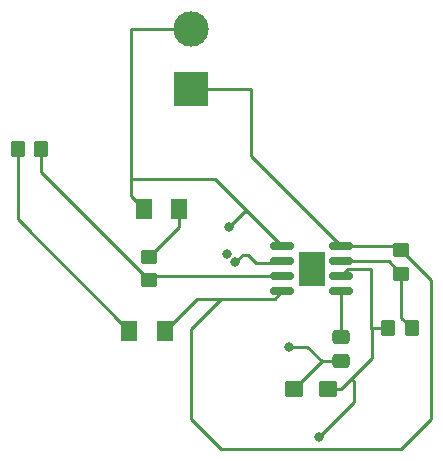
<source format=gbr>
%TF.GenerationSoftware,KiCad,Pcbnew,(6.0.10-0)*%
%TF.CreationDate,2023-02-17T12:31:34-08:00*%
%TF.ProjectId,Lab4exercise2,4c616234-6578-4657-9263-697365322e6b,rev?*%
%TF.SameCoordinates,Original*%
%TF.FileFunction,Copper,L1,Top*%
%TF.FilePolarity,Positive*%
%FSLAX46Y46*%
G04 Gerber Fmt 4.6, Leading zero omitted, Abs format (unit mm)*
G04 Created by KiCad (PCBNEW (6.0.10-0)) date 2023-02-17 12:31:34*
%MOMM*%
%LPD*%
G01*
G04 APERTURE LIST*
G04 Aperture macros list*
%AMRoundRect*
0 Rectangle with rounded corners*
0 $1 Rounding radius*
0 $2 $3 $4 $5 $6 $7 $8 $9 X,Y pos of 4 corners*
0 Add a 4 corners polygon primitive as box body*
4,1,4,$2,$3,$4,$5,$6,$7,$8,$9,$2,$3,0*
0 Add four circle primitives for the rounded corners*
1,1,$1+$1,$2,$3*
1,1,$1+$1,$4,$5*
1,1,$1+$1,$6,$7*
1,1,$1+$1,$8,$9*
0 Add four rect primitives between the rounded corners*
20,1,$1+$1,$2,$3,$4,$5,0*
20,1,$1+$1,$4,$5,$6,$7,0*
20,1,$1+$1,$6,$7,$8,$9,0*
20,1,$1+$1,$8,$9,$2,$3,0*%
G04 Aperture macros list end*
%TA.AperFunction,SMDPad,CuDef*%
%ADD10RoundRect,0.250000X-0.350000X-0.450000X0.350000X-0.450000X0.350000X0.450000X-0.350000X0.450000X0*%
%TD*%
%TA.AperFunction,ComponentPad*%
%ADD11R,3.000000X3.000000*%
%TD*%
%TA.AperFunction,ComponentPad*%
%ADD12C,3.000000*%
%TD*%
%TA.AperFunction,SMDPad,CuDef*%
%ADD13RoundRect,0.150000X-0.825000X-0.150000X0.825000X-0.150000X0.825000X0.150000X-0.825000X0.150000X0*%
%TD*%
%TA.AperFunction,SMDPad,CuDef*%
%ADD14R,2.290000X3.000000*%
%TD*%
%TA.AperFunction,SMDPad,CuDef*%
%ADD15RoundRect,0.250000X0.450000X-0.350000X0.450000X0.350000X-0.450000X0.350000X-0.450000X-0.350000X0*%
%TD*%
%TA.AperFunction,SMDPad,CuDef*%
%ADD16RoundRect,0.250000X0.350000X0.450000X-0.350000X0.450000X-0.350000X-0.450000X0.350000X-0.450000X0*%
%TD*%
%TA.AperFunction,SMDPad,CuDef*%
%ADD17RoundRect,0.250000X-0.475000X0.337500X-0.475000X-0.337500X0.475000X-0.337500X0.475000X0.337500X0*%
%TD*%
%TA.AperFunction,SMDPad,CuDef*%
%ADD18RoundRect,0.250000X0.537500X0.425000X-0.537500X0.425000X-0.537500X-0.425000X0.537500X-0.425000X0*%
%TD*%
%TA.AperFunction,SMDPad,CuDef*%
%ADD19RoundRect,0.250001X-0.462499X-0.624999X0.462499X-0.624999X0.462499X0.624999X-0.462499X0.624999X0*%
%TD*%
%TA.AperFunction,SMDPad,CuDef*%
%ADD20RoundRect,0.250000X-0.450000X0.350000X-0.450000X-0.350000X0.450000X-0.350000X0.450000X0.350000X0*%
%TD*%
%TA.AperFunction,ViaPad*%
%ADD21C,0.800000*%
%TD*%
%TA.AperFunction,Conductor*%
%ADD22C,0.254000*%
%TD*%
G04 APERTURE END LIST*
D10*
%TO.P,R3,1*%
%TO.N,Net-(D1-Pad1)*%
X126860000Y-97510000D03*
%TO.P,R3,2*%
%TO.N,/pin_3*%
X128860000Y-97510000D03*
%TD*%
D11*
%TO.P,J1,1,Pin_1*%
%TO.N,+9V*%
X141560000Y-92430000D03*
D12*
%TO.P,J1,2,Pin_2*%
%TO.N,GND*%
X141560000Y-87350000D03*
%TD*%
D13*
%TO.P,U1,1,GND*%
%TO.N,GND*%
X149275000Y-105765000D03*
%TO.P,U1,2,TR*%
%TO.N,/pin_2*%
X149275000Y-107035000D03*
%TO.P,U1,3,Q*%
%TO.N,/pin_3*%
X149275000Y-108305000D03*
%TO.P,U1,4,R*%
%TO.N,+9V*%
X149275000Y-109575000D03*
%TO.P,U1,5,CV*%
%TO.N,Net-(C2-Pad1)*%
X154225000Y-109575000D03*
%TO.P,U1,6,THR*%
%TO.N,/pin_2*%
X154225000Y-108305000D03*
%TO.P,U1,7,DIS*%
%TO.N,/pin_7*%
X154225000Y-107035000D03*
%TO.P,U1,8,VCC*%
%TO.N,+9V*%
X154225000Y-105765000D03*
D14*
%TO.P,U1,9*%
%TO.N,N/C*%
X151750000Y-107670000D03*
%TD*%
D15*
%TO.P,R4,1*%
%TO.N,/pin_3*%
X138020000Y-108670000D03*
%TO.P,R4,2*%
%TO.N,Net-(D2-Pad2)*%
X138020000Y-106670000D03*
%TD*%
D16*
%TO.P,R2,1*%
%TO.N,/pin_7*%
X160230000Y-112710000D03*
%TO.P,R2,2*%
%TO.N,/pin_2*%
X158230000Y-112710000D03*
%TD*%
D17*
%TO.P,C2,1*%
%TO.N,Net-(C2-Pad1)*%
X154260000Y-113451248D03*
%TO.P,C2,2*%
%TO.N,GND*%
X154260000Y-115526248D03*
%TD*%
D18*
%TO.P,C1,1*%
%TO.N,/pin_2*%
X153157500Y-117830000D03*
%TO.P,C1,2*%
%TO.N,GND*%
X150282500Y-117830000D03*
%TD*%
D19*
%TO.P,D2,1,K*%
%TO.N,GND*%
X137532500Y-102590000D03*
%TO.P,D2,2,A*%
%TO.N,Net-(D2-Pad2)*%
X140507500Y-102590000D03*
%TD*%
D20*
%TO.P,R1,1*%
%TO.N,+9V*%
X159348808Y-106115000D03*
%TO.P,R1,2*%
%TO.N,/pin_7*%
X159348808Y-108115000D03*
%TD*%
D19*
%TO.P,D1,1,K*%
%TO.N,Net-(D1-Pad1)*%
X136320000Y-112945000D03*
%TO.P,D1,2,A*%
%TO.N,+9V*%
X139295000Y-112945000D03*
%TD*%
D21*
%TO.N,*%
X144550000Y-106450000D03*
%TO.N,/pin_2*%
X145256755Y-107156755D03*
X152400000Y-121920000D03*
%TO.N,GND*%
X144780000Y-104140000D03*
X149860000Y-114300000D03*
%TD*%
D22*
%TO.N,/pin_2*%
X156840000Y-112710000D02*
X158230000Y-112710000D01*
X154860000Y-107670000D02*
X156800000Y-107670000D01*
X145913510Y-106500000D02*
X145256755Y-107156755D01*
X155312000Y-117212000D02*
X155095000Y-116995000D01*
X149133000Y-107177000D02*
X147077000Y-107177000D01*
X155312000Y-119008000D02*
X155312000Y-117212000D01*
X147077000Y-107177000D02*
X146400000Y-106500000D01*
X152400000Y-121920000D02*
X155312000Y-119008000D01*
X156840000Y-115250000D02*
X156840000Y-112710000D01*
X154260000Y-117830000D02*
X155095000Y-116995000D01*
X153157500Y-117830000D02*
X154260000Y-117830000D01*
X156800000Y-112750000D02*
X156840000Y-112710000D01*
X149275000Y-107035000D02*
X149133000Y-107177000D01*
X155095000Y-116995000D02*
X156840000Y-115250000D01*
X146400000Y-106500000D02*
X145913510Y-106500000D01*
X154225000Y-108305000D02*
X154860000Y-107670000D01*
X156800000Y-107670000D02*
X156800000Y-112750000D01*
%TO.N,GND*%
X146060000Y-102860000D02*
X144780000Y-104140000D01*
X146370000Y-102860000D02*
X143560000Y-100050000D01*
X136480000Y-87350000D02*
X141560000Y-87350000D01*
X146370000Y-102860000D02*
X146060000Y-102860000D01*
X136480000Y-101537500D02*
X136480000Y-100050000D01*
X136480000Y-100050000D02*
X136480000Y-87350000D01*
X151360004Y-114300000D02*
X152586252Y-115526248D01*
X149860000Y-114300000D02*
X151360004Y-114300000D01*
X152586252Y-115526248D02*
X150282500Y-117830000D01*
X154260000Y-115526248D02*
X152586252Y-115526248D01*
X137532500Y-102590000D02*
X136480000Y-101537500D01*
X149275000Y-105765000D02*
X146370000Y-102860000D01*
X143560000Y-100050000D02*
X136480000Y-100050000D01*
%TO.N,Net-(C2-Pad1)*%
X154260000Y-109610000D02*
X154225000Y-109575000D01*
X154260000Y-113451248D02*
X154260000Y-109610000D01*
%TO.N,Net-(D1-Pad1)*%
X126860000Y-97510000D02*
X126860000Y-103485000D01*
X126860000Y-103485000D02*
X136320000Y-112945000D01*
%TO.N,+9V*%
X141560000Y-112750000D02*
X141560000Y-120370000D01*
X146640000Y-98180000D02*
X154225000Y-105765000D01*
X146640000Y-110210000D02*
X142030000Y-110210000D01*
X158998808Y-105765000D02*
X154225000Y-105765000D01*
X161880000Y-108646192D02*
X161880000Y-120370000D01*
X149275000Y-109575000D02*
X148640000Y-110210000D01*
X144100000Y-122910000D02*
X159340000Y-122910000D01*
X141560000Y-112750000D02*
X144100000Y-110210000D01*
X146640000Y-92430000D02*
X146640000Y-98180000D01*
X148640000Y-110210000D02*
X146640000Y-110210000D01*
X141560000Y-120370000D02*
X144100000Y-122910000D01*
X159348808Y-106115000D02*
X158998808Y-105765000D01*
X159348808Y-106115000D02*
X161880000Y-108646192D01*
X141560000Y-92430000D02*
X146640000Y-92430000D01*
X142030000Y-110210000D02*
X139295000Y-112945000D01*
X159340000Y-122910000D02*
X161880000Y-120370000D01*
%TO.N,Net-(D2-Pad2)*%
X140507500Y-104182500D02*
X140507500Y-102590000D01*
X138020000Y-106670000D02*
X140507500Y-104182500D01*
X137532500Y-106182500D02*
X138020000Y-106670000D01*
%TO.N,/pin_7*%
X158268808Y-107035000D02*
X154225000Y-107035000D01*
X160230000Y-112710000D02*
X159348808Y-111828808D01*
X159348808Y-111828808D02*
X159348808Y-108115000D01*
X159348808Y-108115000D02*
X158268808Y-107035000D01*
%TO.N,/pin_3*%
X138385000Y-108305000D02*
X149275000Y-108305000D01*
X138020000Y-108670000D02*
X138385000Y-108305000D01*
X128860000Y-97510000D02*
X128860000Y-99510000D01*
X128860000Y-99510000D02*
X138020000Y-108670000D01*
%TD*%
M02*

</source>
